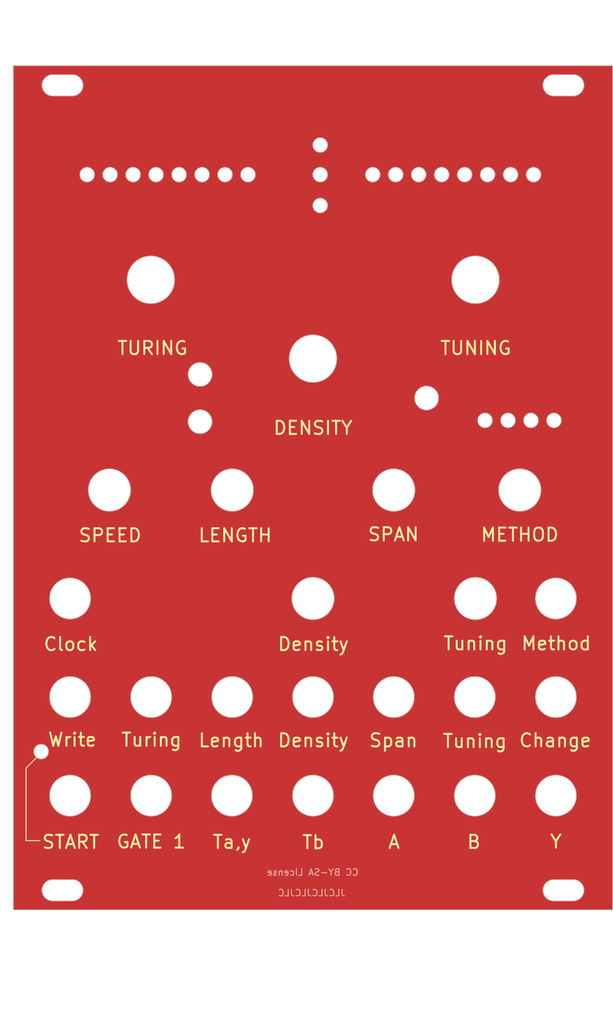
<source format=kicad_pcb>
(kicad_pcb (version 20221018) (generator pcbnew)
  (layers (0 "F.Cu" signal) (31 "B.Cu" signal) (34 "B.Paste" user) (35 "F.Paste" user) (36 "B.SilkS" user "B.Silkscreen") (37 "F.SilkS" user "F.Silkscreen") (38 "B.Mask" user) (39 "F.Mask" user) (44 "Edge.Cuts" user))
  (net 0 "")
  (gr_line (start 53.05 157.7) (end 55.15 157.7) (stroke (width 0.15)) (layer "F.SilkS"))
  (gr_line (start 53.05 146.65) (end 53.05 157.7) (stroke (width 0.15)) (layer "F.SilkS"))
  (gr_line (start 54.585978 145.114022) (end 53.05 146.65) (stroke (width 0.15)) (layer "F.SilkS"))
  (gr_circle (center 121.5 72.35) (end 125.1 72.35) (stroke (width 0.1)) (fill none) (layer "Edge.Cuts"))
  (gr_arc (start 57.1 166.85) (mid 55.5 165.25) (end 57.1 163.65) (stroke (width 0.1)) (layer "Edge.Cuts"))
  (gr_circle (center 121.5 120.85) (end 124.7 120.85) (stroke (width 0.1)) (fill none) (layer "Edge.Cuts"))
  (gr_line (start 136.4 44.35) (end 133.4 44.35) (stroke (width 0.1)) (layer "Edge.Cuts"))
  (gr_circle (center 112.85 56.35) (end 113.95 56.35) (stroke (width 0.1)) (fill none) (layer "Edge.Cuts"))
  (gr_circle (center 121.4 150.85) (end 124.5 150.85) (stroke (width 0.1)) (fill none) (layer "Edge.Cuts"))
  (gr_circle (center 133.75 150.85) (end 136.85 150.85) (stroke (width 0.1)) (fill none) (layer "Edge.Cuts"))
  (gr_circle (center 133.75 120.85) (end 136.85 120.85) (stroke (width 0.1)) (fill none) (layer "Edge.Cuts"))
  (gr_circle (center 59.75 135.85) (end 62.85 135.85) (stroke (width 0.1)) (fill none) (layer "Edge.Cuts"))
  (gr_circle (center 59.75 150.85) (end 62.85 150.85) (stroke (width 0.1)) (fill none) (layer "Edge.Cuts"))
  (gr_circle (center 72.1 150.85) (end 75.2 150.85) (stroke (width 0.1)) (fill none) (layer "Edge.Cuts"))
  (gr_circle (center 84.4 150.85) (end 87.5 150.85) (stroke (width 0.1)) (fill none) (layer "Edge.Cuts"))
  (gr_circle (center 72.05 72.35) (end 75.65 72.35) (stroke (width 0.1)) (fill none) (layer "Edge.Cuts"))
  (gr_circle (center 121.4 135.85) (end 124.5 135.85) (stroke (width 0.1)) (fill none) (layer "Edge.Cuts"))
  (gr_circle (center 76.35 56.35) (end 77.45 56.35) (stroke (width 0.1)) (fill none) (layer "Edge.Cuts"))
  (gr_line (start 133.4 163.65) (end 136.4 163.65) (stroke (width 0.1)) (layer "Edge.Cuts"))
  (gr_line (start 57.1 163.65) (end 60.1 163.65) (stroke (width 0.1)) (layer "Edge.Cuts"))
  (gr_circle (center 97.85 51.85) (end 98.95 51.85) (stroke (width 0.1)) (fill none) (layer "Edge.Cuts"))
  (gr_circle (center 130.35 56.35) (end 131.45 56.35) (stroke (width 0.1)) (fill none) (layer "Edge.Cuts"))
  (gr_circle (center 59.75 120.85) (end 62.85 120.85) (stroke (width 0.1)) (fill none) (layer "Edge.Cuts"))
  (gr_circle (center 72.1 135.85) (end 75.2 135.85) (stroke (width 0.1)) (fill none) (layer "Edge.Cuts"))
  (gr_circle (center 109.05 150.85) (end 112.15 150.85) (stroke (width 0.1)) (fill none) (layer "Edge.Cuts"))
  (gr_line (start 60.1 166.85) (end 57.1 166.85) (stroke (width 0.1)) (layer "Edge.Cuts"))
  (gr_circle (center 105.85 56.35) (end 106.95 56.35) (stroke (width 0.1)) (fill none) (layer "Edge.Cuts"))
  (gr_circle (center 126.85 56.35) (end 127.95 56.35) (stroke (width 0.1)) (fill none) (layer "Edge.Cuts"))
  (gr_circle (center 69.35 56.35) (end 70.45 56.35) (stroke (width 0.1)) (fill none) (layer "Edge.Cuts"))
  (gr_circle (center 97.85 56.35) (end 98.95 56.35) (stroke (width 0.1)) (fill none) (layer "Edge.Cuts"))
  (gr_circle (center 114.05 90.35) (end 115.85 90.35) (stroke (width 0.1)) (fill none) (layer "Edge.Cuts"))
  (gr_circle (center 116.35 56.35) (end 117.45 56.35) (stroke (width 0.1)) (fill none) (layer "Edge.Cuts"))
  (gr_arc (start 57.1 44.35) (mid 55.5 42.75) (end 57.1 41.15) (stroke (width 0.1)) (layer "Edge.Cuts"))
  (gr_circle (center 96.75 150.85) (end 99.85 150.85) (stroke (width 0.1)) (fill none) (layer "Edge.Cuts"))
  (gr_circle (center 122.95 93.75) (end 124.05 93.75) (stroke (width 0.1)) (fill none) (layer "Edge.Cuts"))
  (gr_arc (start 133.4 166.85) (mid 131.8 165.25) (end 133.4 163.65) (stroke (width 0.1)) (layer "Edge.Cuts"))
  (gr_arc (start 60.1 163.65) (mid 61.7 165.25) (end 60.1 166.85) (stroke (width 0.1)) (layer "Edge.Cuts"))
  (gr_line (start 133.4 41.15) (end 136.4 41.15) (stroke (width 0.1)) (layer "Edge.Cuts"))
  (gr_circle (center 72.85 56.35) (end 73.95 56.35) (stroke (width 0.1)) (fill none) (layer "Edge.Cuts"))
  (gr_circle (center 65.75 104.35) (end 68.95 104.35) (stroke (width 0.1)) (fill none) (layer "Edge.Cuts"))
  (gr_circle (center 62.35 56.35) (end 63.45 56.35) (stroke (width 0.1)) (fill none) (layer "Edge.Cuts"))
  (gr_line (start 136.4 166.85) (end 133.4 166.85) (stroke (width 0.1)) (layer "Edge.Cuts"))
  (gr_circle (center 109.35 56.35) (end 110.45 56.35) (stroke (width 0.1)) (fill none) (layer "Edge.Cuts"))
  (gr_line (start 57.1 41.15) (end 60.1 41.15) (stroke (width 0.1)) (layer "Edge.Cuts"))
  (gr_arc (start 60.1 41.15) (mid 61.7 42.75) (end 60.1 44.35) (stroke (width 0.1)) (layer "Edge.Cuts"))
  (gr_circle (center 129.95 93.75) (end 131.05 93.75) (stroke (width 0.1)) (fill none) (layer "Edge.Cuts"))
  (gr_circle (center 97.85 61.05) (end 98.95 61.05) (stroke (width 0.1)) (fill none) (layer "Edge.Cuts"))
  (gr_circle (center 84.45 104.35) (end 87.65 104.35) (stroke (width 0.1)) (fill none) (layer "Edge.Cuts"))
  (gr_circle (center 128.25 104.35) (end 131.45 104.35) (stroke (width 0.1)) (fill none) (layer "Edge.Cuts"))
  (gr_circle (center 126.45 93.75) (end 127.55 93.75) (stroke (width 0.1)) (fill none) (layer "Edge.Cuts"))
  (gr_line (start 60.1 44.35) (end 57.1 44.35) (stroke (width 0.1)) (layer "Edge.Cuts"))
  (gr_circle (center 79.85 56.35) (end 80.95 56.35) (stroke (width 0.1)) (fill none) (layer "Edge.Cuts"))
  (gr_circle (center 109.05 135.85) (end 112.15 135.85) (stroke (width 0.1)) (fill none) (layer "Edge.Cuts"))
  (gr_circle (center 84.45 135.85) (end 87.55 135.85) (stroke (width 0.1)) (fill none) (layer "Edge.Cuts"))
  (gr_circle (center 79.55 86.75) (end 81.35 86.75) (stroke (width 0.1)) (fill none) (layer "Edge.Cuts"))
  (gr_circle (center 133.75 135.85) (end 136.85 135.85) (stroke (width 0.1)) (fill none) (layer "Edge.Cuts"))
  (gr_circle (center 109.05 104.35) (end 112.25 104.35) (stroke (width 0.1)) (fill none) (layer "Edge.Cuts"))
  (gr_circle (center 123.35 56.35) (end 124.45 56.35) (stroke (width 0.1)) (fill none) (layer "Edge.Cuts"))
  (gr_circle (center 133.45 93.75) (end 134.55 93.75) (stroke (width 0.1)) (fill none) (layer "Edge.Cuts"))
  (gr_circle (center 79.55 93.95) (end 81.35 93.95) (stroke (width 0.1)) (fill none) (layer "Edge.Cuts"))
  (gr_circle (center 96.75 84.35) (end 100.35 84.35) (stroke (width 0.1)) (fill none) (layer "Edge.Cuts"))
  (gr_arc (start 133.4 44.35) (mid 131.8 42.75) (end 133.4 41.15) (stroke (width 0.1)) (layer "Edge.Cuts"))
  (gr_circle (center 83.35 56.35) (end 84.45 56.35) (stroke (width 0.1)) (fill none) (layer "Edge.Cuts"))
  (gr_rect (start 51.1 39.75) (end 142.4 168.25) (stroke (width 0.1)) (fill none) (layer "Edge.Cuts"))
  (gr_circle (center 86.85 56.35) (end 87.95 56.35) (stroke (width 0.1)) (fill none) (layer "Edge.Cuts"))
  (gr_circle (center 55.35 144.15) (end 56.45 144.15) (stroke (width 0.1)) (fill none) (layer "Edge.Cuts"))
  (gr_circle (center 96.75 135.85) (end 99.85 135.85) (stroke (width 0.1)) (fill none) (layer "Edge.Cuts"))
  (gr_arc (start 136.4 163.65) (mid 138 165.25) (end 136.4 166.85) (stroke (width 0.1)) (layer "Edge.Cuts"))
  (gr_circle (center 119.85 56.35) (end 120.95 56.35) (stroke (width 0.1)) (fill none) (layer "Edge.Cuts"))
  (gr_arc (start 136.4 41.15) (mid 138 42.75) (end 136.4 44.35) (stroke (width 0.1)) (layer "Edge.Cuts"))
  (gr_circle (center 65.85 56.35) (end 66.95 56.35) (stroke (width 0.1)) (fill none) (layer "Edge.Cuts"))
  (gr_circle (center 96.75 120.85) (end 99.95 120.85) (stroke (width 0.1)) (fill none) (layer "Edge.Cuts"))
  (gr_text "JLCJLCJLCJLC" (at 96.55 165.65) (layer "B.SilkS") (effects (font (size 1 1)) (justify mirror)))
  (gr_text "CC BY-SA License" (at 103.8 163.1) (layer "B.SilkS") (effects (font (size 1 1)) (justify left bottom mirror)))
  (gr_text "METHOD" (at 128.25 111.15) (layer "F.SilkS") (effects (font (size 2 2) (thickness 0.3))))
  (gr_text "TUNING" (at 121.55 82.75) (layer "F.SilkS") (effects (font (size 2 2) (thickness 0.3))))
  (gr_text "Tuning" (at 121.4 142.55) (layer "F.SilkS") (effects (font (size 2 2) (thickness 0.3))))
  (gr_text "Write" (at 60.1 142.35) (layer "F.SilkS") (effects (font (size 2 2) (thickness 0.3))))
  (gr_text "Clock" (at 59.85 127.8) (layer "F.SilkS") (effects (font (size 2 2) (thickness 0.3))))
  (gr_text "LENGTH" (at 84.9 111.25) (layer "F.SilkS") (effects (font (size 2 2) (thickness 0.3))))
  (gr_text "A" (at 109.1 157.9) (layer "F.SilkS") (effects (font (size 2 2) (thickness 0.3))))
  (gr_text "START" (at 59.85 157.9) (layer "F.SilkS") (effects (font (size 2 2) (thickness 0.3))))
  (gr_text "Turing" (at 72.15 142.35) (layer "F.SilkS") (effects (font (size 2 2) (thickness 0.3))))
  (gr_text "Y" (at 133.75 157.85) (layer "F.SilkS") (effects (font (size 2 2) (thickness 0.3))))
  (gr_text "GATE 1" (at 72.1 157.85) (layer "F.SilkS") (effects (font (size 2 2) (thickness 0.3))))
  (gr_text "Density" (at 96.8 127.8) (layer "F.SilkS") (effects (font (size 2 2) (thickness 0.3))))
  (gr_text "Tb" (at 96.8 157.95) (layer "F.SilkS") (effects (font (size 2 2) (thickness 0.3))))
  (gr_text "Ta,y" (at 84.4 157.9) (layer "F.SilkS") (effects (font (size 2 2) (thickness 0.3))))
  (gr_text "Tuning" (at 121.5 127.7) (layer "F.SilkS") (effects (font (size 2 2) (thickness 0.3))))
  (gr_text "SPAN" (at 109 111.1) (layer "F.SilkS") (effects (font (size 2 2) (thickness 0.3))))
  (gr_text "TURING" (at 72.3 82.75) (layer "F.SilkS") (effects (font (size 2 2) (thickness 0.3))))
  (gr_text "Span" (at 109 142.45) (layer "F.SilkS") (effects (font (size 2 2) (thickness 0.3))))
  (gr_text "Density\n" (at 96.8 142.45) (layer "F.SilkS") (effects (font (size 2 2) (thickness 0.3))))
  (gr_text "B" (at 121.25 157.9) (layer "F.SilkS") (effects (font (size 2 2) (thickness 0.3))))
  (gr_text "Change" (at 133.65 142.45) (layer "F.SilkS") (effects (font (size 2 2) (thickness 0.3))))
  (gr_text "DENSITY" (at 96.75 94.9) (layer "F.SilkS") (effects (font (size 2 2) (thickness 0.3))))
  (gr_text "Method" (at 133.8 127.7) (layer "F.SilkS") (effects (font (size 2 2) (thickness 0.3))))
  (gr_text "SPEED" (at 65.85 111.25) (layer "F.SilkS") (effects (font (size 2 2) (thickness 0.3))))
  (gr_text "Length" (at 84.3 142.45) (layer "F.SilkS") (effects (font (size 2 2) (thickness 0.3))))
  (zone (net 0) (net_name "") (layer "F.Cu") (connect_pads yes (clearance 0.5)) (min_thickness 0.25) (fill yes (thermal_gap 0.5) (thermal_bridge_width 0.5) (island_removal_mode 1) (island_area_min 10))
    (polygon (pts (xy 51.1 39.75) (xy 142.4 39.75) (xy 142.4 168.25) (xy 51.1 168.25)))
  )
)
</source>
